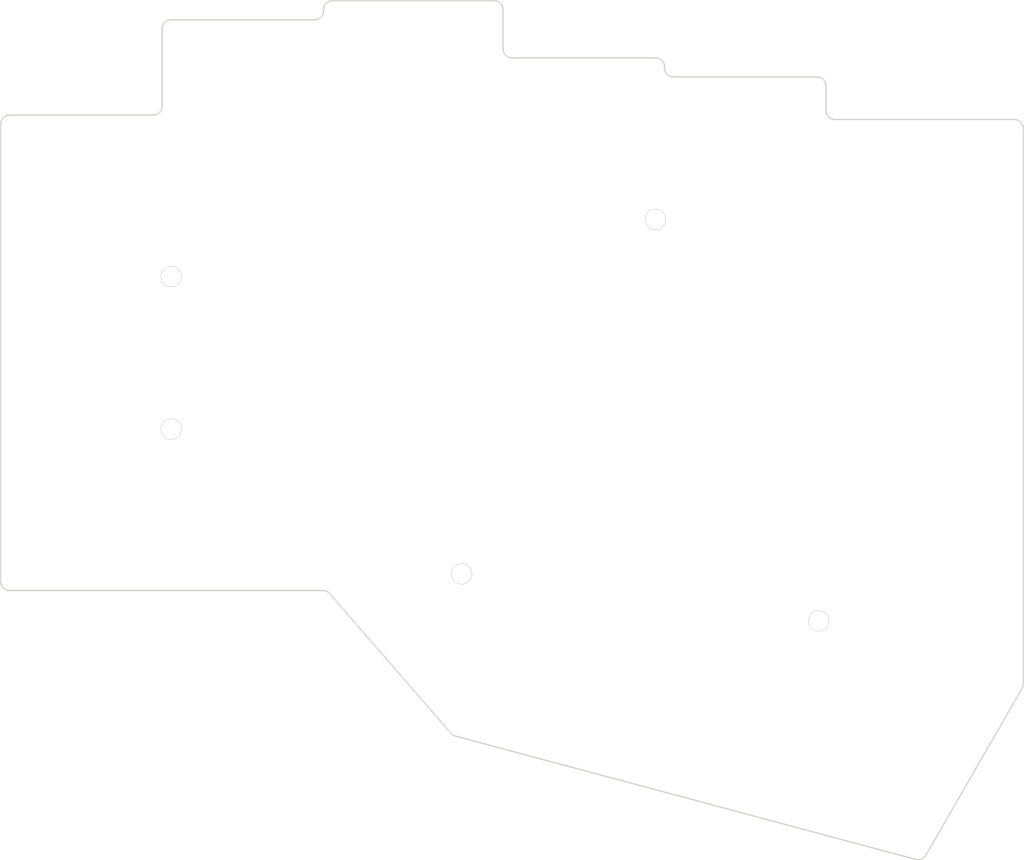
<source format=kicad_pcb>
(kicad_pcb (version 20240108) (generator "ergogen") (generator_version "4.1.0")
  (title_block (title "backplate") (date "2024-12-31") (rev "0.2") (company "ceoloide"))
  (layers (0 "F.Cu" signal) (31 "B.Cu" signal) (34 "B.Paste" user) (35 "F.Paste" user) (36 "B.SilkS" user "B.Silkscreen") (37 "F.SilkS" user "F.Silkscreen") (38 "B.Mask" user) (39 "F.Mask" user) (44 "Edge.Cuts" user))
  (net 0 "")
  (footprint "ceoloide:mounting_hole_npth" (layer "F.Cu") (at 109 74.5 0)
    (property "Reference" "MH1" hide)
    (pad "" np_thru_hole circle (at 0 0 0) (size 2.2 2.2) (drill 2.2) (layers "*.Cu" "*.Mask"))
  )
  (footprint "ceoloide:mounting_hole_npth" (layer "F.Cu") (at 109 91.5 0)
    (property "Reference" "MH2" hide)
    (pad "" np_thru_hole circle (at 0 0 0) (size 2.2 2.2) (drill 2.2) (layers "*.Cu" "*.Mask"))
  )
  (footprint "ceoloide:mounting_hole_npth" (layer "F.Cu") (at 163 68.125 0)
    (property "Reference" "MH3" hide)
    (pad "" np_thru_hole circle (at 0 0 0) (size 2.2 2.2) (drill 2.2) (layers "*.Cu" "*.Mask"))
  )
  (footprint "ceoloide:mounting_hole_npth" (layer "F.Cu") (at 141.4 107.65 0)
    (property "Reference" "MH4" hide)
    (pad "" np_thru_hole circle (at 0 0 0) (size 2.2 2.2) (drill 2.2) (layers "*.Cu" "*.Mask"))
  )
  (footprint "ceoloide:mounting_hole_npth" (layer "F.Cu") (at 181.18658860000002 112.8880038 -15)
    (property "Reference" "MH5" hide)
    (pad "" np_thru_hole circle (at 0 0 -15) (size 2.2 2.2) (drill 2.2) (layers "*.Cu" "*.Mask"))
  )
  (gr_line (start 91 109.5) (end 125.91897581842106 109.5) (layer Edge.Cuts) (stroke (width 0.15)))
  (gr_line (start 90 108.5) (end 90 57.5) (layer Edge.Cuts) (stroke (width 0.15)))
  (gr_arc (start 90 108.5) (mid 90.2928932 109.2071068) (end 91 109.5) (layer Edge.Cuts) (stroke (width 0.15)))
  (gr_line (start 107 56.5) (end 91 56.5) (layer Edge.Cuts) (stroke (width 0.15)))
  (gr_arc (start 91 56.5) (mid 90.2928932 56.7928932) (end 90 57.5) (layer Edge.Cuts) (stroke (width 0.15)))
  (gr_line (start 125 45.875) (end 109 45.875) (layer Edge.Cuts) (stroke (width 0.15)))
  (gr_arc (start 109 45.875) (mid 108.2928932 46.1678932) (end 108 46.875) (layer Edge.Cuts) (stroke (width 0.15)))
  (gr_line (start 108 46.875) (end 108 55.5) (layer Edge.Cuts) (stroke (width 0.15)))
  (gr_line (start 146 49.125) (end 146 44.75) (layer Edge.Cuts) (stroke (width 0.15)))
  (gr_arc (start 146 44.75) (mid 145.7071068 44.0428932) (end 145 43.75) (layer Edge.Cuts) (stroke (width 0.15)))
  (gr_line (start 145 43.75) (end 127 43.75) (layer Edge.Cuts) (stroke (width 0.15)))
  (gr_arc (start 127 43.75) (mid 126.2928932 44.0428932) (end 126 44.75) (layer Edge.Cuts) (stroke (width 0.15)))
  (gr_line (start 126 44.75) (end 126 44.875) (layer Edge.Cuts) (stroke (width 0.15)))
  (gr_line (start 164 51.25) (end 164 51.125) (layer Edge.Cuts) (stroke (width 0.15)))
  (gr_arc (start 164 51.125) (mid 163.7071068 50.4178932) (end 163 50.125) (layer Edge.Cuts) (stroke (width 0.15)))
  (gr_line (start 163 50.125) (end 147 50.125) (layer Edge.Cuts) (stroke (width 0.15)))
  (gr_line (start 182 56) (end 182 53.25) (layer Edge.Cuts) (stroke (width 0.15)))
  (gr_arc (start 182 53.25) (mid 181.7071068 52.5428932) (end 181 52.25) (layer Edge.Cuts) (stroke (width 0.15)))
  (gr_line (start 181 52.25) (end 165 52.25) (layer Edge.Cuts) (stroke (width 0.15)))
  (gr_line (start 193.12481097572226 139.01024356994452) (end 203.86602540000004 120.4059145210536) (layer Edge.Cuts) (stroke (width 0.15)))
  (gr_line (start 191.9999665757222 139.47616936994456) (end 140.6955738072981 125.72919876294932) (layer Edge.Cuts) (stroke (width 0.15)))
  (gr_line (start 140.1993597072981 125.41895966294933) (end 126.67400891842105 109.84431330000001) (layer Edge.Cuts) (stroke (width 0.15)))
  (gr_arc (start 191.99996657572223 139.47616936994453) (mid 192.6414689757222 139.43412306994452) (end 193.12481097572223 139.01024356994452) (layer Edge.Cuts) (stroke (width 0.15)))
  (gr_arc (start 140.1993597072981 125.4189596629493) (mid 140.4242644072981 125.6111903629493) (end 140.6955738072981 125.7291988629493) (layer Edge.Cuts) (stroke (width 0.15)))
  (gr_arc (start 126.67400891842107 109.84431329999998) (mid 126.33389351842106 109.59014099999999) (end 125.91897581842106 109.49999999999999) (layer Edge.Cuts) (stroke (width 0.15)))
  (gr_line (start 183 57) (end 203 57) (layer Edge.Cuts) (stroke (width 0.15)))
  (gr_line (start 204 119.90591452105366) (end 204 58) (layer Edge.Cuts) (stroke (width 0.15)))
  (gr_arc (start 203.8660254 120.40591452105366) (mid 203.9659258 120.16473352105366) (end 204 119.90591452105366) (layer Edge.Cuts) (stroke (width 0.15)))
  (gr_arc (start 204 58) (mid 203.7071068 57.2928932) (end 203 57) (layer Edge.Cuts) (stroke (width 0.15)))
  (gr_arc (start 182 56) (mid 182.2928932 56.7071068) (end 183 57) (layer Edge.Cuts) (stroke (width 0.15)))
  (gr_arc (start 164 51.25) (mid 164.2928932 51.9571068) (end 165 52.25) (layer Edge.Cuts) (stroke (width 0.15)))
  (gr_arc (start 146 49.125) (mid 146.2928932 49.8321068) (end 147 50.125) (layer Edge.Cuts) (stroke (width 0.15)))
  (gr_arc (start 125 45.875) (mid 125.7071068 45.5821068) (end 126 44.875) (layer Edge.Cuts) (stroke (width 0.15)))
  (gr_arc (start 107 56.5) (mid 107.7071068 56.2071068) (end 108 55.5) (layer Edge.Cuts) (stroke (width 0.15)))
  (gr_circle (center 109 74.5) (end 110.1 74.5) (layer Edge.Cuts) (stroke (width 0.15)) (fill none))
  (gr_circle (center 109 91.5) (end 110.1 91.5) (layer Edge.Cuts) (stroke (width 0.15)) (fill none))
  (gr_circle (center 163 68.125) (end 164.1 68.125) (layer Edge.Cuts) (stroke (width 0.15)) (fill none))
  (gr_circle (center 141.4 107.65) (end 142.5 107.65) (layer Edge.Cuts) (stroke (width 0.15)) (fill none))
  (gr_circle (center 181.18658860000002 112.8880038) (end 182.28658860000002 112.8880038) (layer Edge.Cuts) (stroke (width 0.15)) (fill none))
)
</source>
